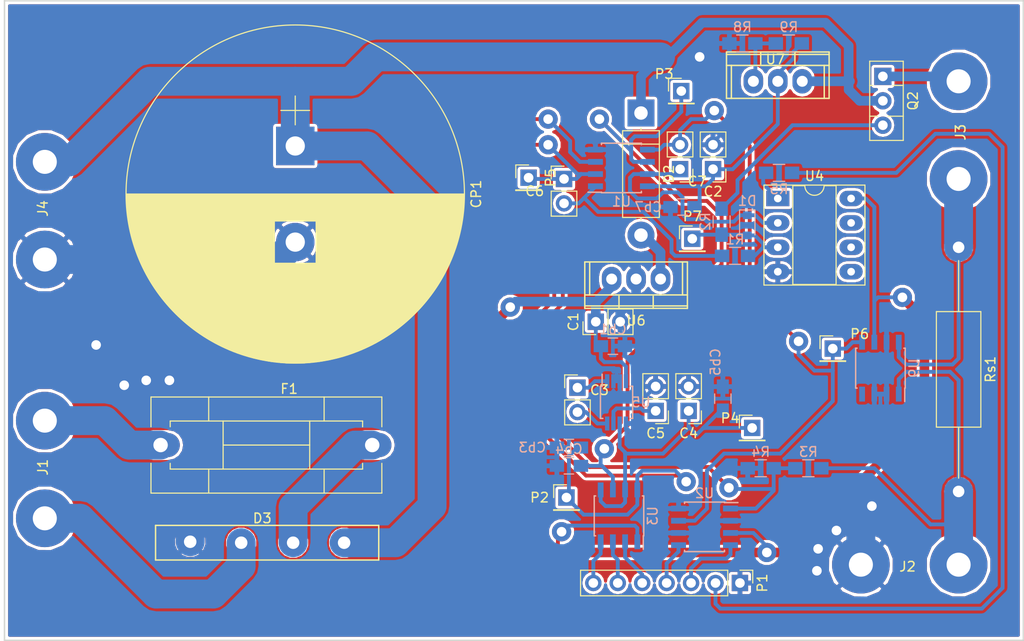
<source format=kicad_pcb>
(kicad_pcb (version 4) (host pcbnew 4.0.5)
  (layers (0 F.Cu signal) (31 B.Cu signal) (34 B.Paste user) (35 F.Paste user) (36 B.SilkS user) (37 F.SilkS user) (38 B.Mask user) (39 F.Mask user) (44 Edge.Cuts user))
  (net 0 "")
  (net 1 +5V)
  (net 2 GND)
  (net 3 "Net-(C2-Pad1)")
  (net 4 "Net-(C3-Pad1)")
  (net 5 "Net-(C3-Pad2)")
  (net 6 -0.232V)
  (net 7 "Net-(C5-Pad1)")
  (net 8 "Net-(C6-Pad1)")
  (net 9 "Net-(C6-Pad2)")
  (net 10 "Net-(C7-Pad1)")
  (net 11 "Net-(C7-Pad2)")
  (net 12 "Net-(Cb3-Pad1)")
  (net 13 "Net-(Cb4-Pad1)")
  (net 14 "Net-(CP1-Pad1)")
  (net 15 "Net-(D1-Pad2)")
  (net 16 "Net-(D2-Pad2)")
  (net 17 "Net-(D3-Pad2)")
  (net 18 "Net-(D3-Pad3)")
  (net 19 "Net-(F1-Pad2)")
  (net 20 "Net-(J2-Pad2)")
  (net 21 "Net-(J3-Pad1)")
  (net 22 "Net-(J3-Pad2)")
  (net 23 current_limiter)
  (net 24 ADC_sda)
  (net 25 ADC_scl)
  (net 26 DAC_sck)
  (net 27 DAC_sdi)
  (net 28 DAC_cs)
  (net 29 "Net-(Q2-Pad3)")
  (net 30 "Net-(R5-Pad1)")
  (net 31 "Net-(R8-Pad1)")
  (net 32 "Net-(U9-Pad4)")
  (module Pin_Headers:Pin_Header_Straight_1x02_Pitch2.54mm (layer F.Cu) (at 100.457 61.595 90)
    (fp_text reference C1 (at 0 -2.33 90) (layer F.SilkS))
    (fp_text value CONN_01X02)
    (pad 1 thru_hole rect (at 0 0 90) (size 1.7 1.7) (drill 1) (layers *.Cu *.Mask) (net 1 +5V))
    (pad 2 thru_hole oval (at 0 2.54 90) (size 1.7 1.7) (drill 1) (layers *.Cu *.Mask) (net 2 GND))
  )
  (module Pin_Headers:Pin_Header_Straight_1x02_Pitch2.54mm (layer F.Cu) (at 112.649 45.72 180)
    (fp_text reference C2 (at 0 -2.33 180) (layer F.SilkS))
    (fp_text value CONN_01X02)
    (pad 1 thru_hole rect (at 0 0 180) (size 1.7 1.7) (drill 1) (layers *.Cu *.Mask) (net 3 "Net-(C2-Pad1)"))
    (pad 2 thru_hole oval (at 0 2.54 180) (size 1.7 1.7) (drill 1) (layers *.Cu *.Mask) (net 2 GND))
  )
  (module Pin_Headers:Pin_Header_Straight_1x02_Pitch2.54mm (layer F.Cu) (at 98.552 68.453)
    (fp_text reference C3 (at 2.286 0.254) (layer F.SilkS))
    (fp_text value CONN_01X02)
    (pad 1 thru_hole rect (at 0 0) (size 1.7 1.7) (drill 1) (layers *.Cu *.Mask) (net 4 "Net-(C3-Pad1)"))
    (pad 2 thru_hole oval (at 0 2.54) (size 1.7 1.7) (drill 1) (layers *.Cu *.Mask) (net 5 "Net-(C3-Pad2)"))
  )
  (module Pin_Headers:Pin_Header_Straight_1x02_Pitch2.54mm (layer F.Cu) (at 110.109 70.866 180)
    (fp_text reference C4 (at 0 -2.33 180) (layer F.SilkS))
    (fp_text value CONN_01X02)
    (pad 1 thru_hole rect (at 0 0 180) (size 1.7 1.7) (drill 1) (layers *.Cu *.Mask) (net 6 -0.232V))
    (pad 2 thru_hole oval (at 0 2.54 180) (size 1.7 1.7) (drill 1) (layers *.Cu *.Mask) (net 2 GND))
  )
  (module Pin_Headers:Pin_Header_Straight_1x02_Pitch2.54mm (layer F.Cu) (at 106.68 70.866 180)
    (fp_text reference C5 (at 0 -2.33 180) (layer F.SilkS))
    (fp_text value CONN_01X02)
    (pad 1 thru_hole rect (at 0 0 180) (size 1.7 1.7) (drill 1) (layers *.Cu *.Mask) (net 7 "Net-(C5-Pad1)"))
    (pad 2 thru_hole oval (at 0 2.54 180) (size 1.7 1.7) (drill 1) (layers *.Cu *.Mask) (net 2 GND))
  )
  (module Pin_Headers:Pin_Header_Straight_1x02_Pitch2.54mm (layer F.Cu) (at 97.155 46.736)
    (fp_text reference C6 (at -3.048 1.27) (layer F.SilkS))
    (fp_text value CONN_01X02)
    (pad 1 thru_hole rect (at 0 0) (size 1.7 1.7) (drill 1) (layers *.Cu *.Mask) (net 8 "Net-(C6-Pad1)"))
    (pad 2 thru_hole oval (at 0 2.54) (size 1.7 1.7) (drill 1) (layers *.Cu *.Mask) (net 9 "Net-(C6-Pad2)"))
  )
  (module Pin_Headers:Pin_Header_Straight_1x02_Pitch2.54mm (layer F.Cu) (at 109.22 45.72 180)
    (fp_text reference C7 (at -1.778 -1.27 180) (layer F.SilkS))
    (fp_text value CONN_01X02)
    (pad 1 thru_hole rect (at 0 0 180) (size 1.7 1.7) (drill 1) (layers *.Cu *.Mask) (net 10 "Net-(C7-Pad1)"))
    (pad 2 thru_hole oval (at 0 2.54 180) (size 1.7 1.7) (drill 1) (layers *.Cu *.Mask) (net 11 "Net-(C7-Pad2)"))
  )
  (module Capacitors_SMD:C_0805_HandSoldering (layer B.Cu) (at 102.235 64.135 180)
    (fp_text reference Cb1 (at 0 1.75 180) (layer B.SilkS) (effects (justify mirror)))
    (fp_text value 0.1u)
    (pad 1 smd rect (at -1.25 0 180) (size 1.5 1.25) (layers B.Cu B.Paste B.Mask) (net 2 GND))
    (pad 2 smd rect (at 1.25 0 180) (size 1.5 1.25) (layers B.Cu B.Paste B.Mask) (net 1 +5V))
  )
  (module Capacitors_SMD:C_0805_HandSoldering (layer B.Cu) (at 97.663 74.676 180)
    (fp_text reference Cb3 (at 3.81 0 180) (layer B.SilkS) (effects (justify mirror)))
    (fp_text value 0.1u)
    (pad 1 smd rect (at -1.25 0 180) (size 1.5 1.25) (layers B.Cu B.Paste B.Mask) (net 12 "Net-(Cb3-Pad1)"))
    (pad 2 smd rect (at 1.25 0 180) (size 1.5 1.25) (layers B.Cu B.Paste B.Mask) (net 2 GND))
  )
  (module Capacitors_SMD:C_0805_HandSoldering (layer B.Cu) (at 97.663 76.581 180)
    (fp_text reference Cb4 (at 0 1.75 180) (layer B.SilkS) (effects (justify mirror)))
    (fp_text value 0.1u)
    (pad 1 smd rect (at -1.25 0 180) (size 1.5 1.25) (layers B.Cu B.Paste B.Mask) (net 13 "Net-(Cb4-Pad1)"))
    (pad 2 smd rect (at 1.25 0 180) (size 1.5 1.25) (layers B.Cu B.Paste B.Mask) (net 2 GND))
  )
  (module Capacitors_SMD:C_0805_HandSoldering (layer B.Cu) (at 113.665 69.596 90)
    (fp_text reference Cb5 (at 3.81 -0.762 90) (layer B.SilkS) (effects (justify mirror)))
    (fp_text value 0.1u)
    (pad 1 smd rect (at -1.25 0 90) (size 1.5 1.25) (layers B.Cu B.Paste B.Mask) (net 6 -0.232V))
    (pad 2 smd rect (at 1.25 0 90) (size 1.5 1.25) (layers B.Cu B.Paste B.Mask) (net 2 GND))
  )
  (module Capacitors_SMD:C_0805_HandSoldering (layer B.Cu) (at 109.474 49.657 180)
    (fp_text reference Cb7 (at 3.556 0 360) (layer B.SilkS) (effects (justify mirror)))
    (fp_text value 0.1u)
    (pad 1 smd rect (at -1.25 0 180) (size 1.5 1.25) (layers B.Cu B.Paste B.Mask) (net 3 "Net-(C2-Pad1)"))
    (pad 2 smd rect (at 1.25 0 180) (size 1.5 1.25) (layers B.Cu B.Paste B.Mask) (net 2 GND))
  )
  (module Capacitors_THT:CP_Radial_D35.0mm_P10.00mm_SnapIn (layer F.Cu) (at 69.215 43.307 270)
    (fp_text reference CP1 (at 5 -18.81 270) (layer F.SilkS))
    (fp_text value "4700uF 50V")
    (pad 1 thru_hole rect (at 0 0 270) (size 4 4) (drill 2) (layers *.Cu *.Mask) (net 14 "Net-(CP1-Pad1)"))
    (pad 2 thru_hole circle (at 10 0 270) (size 4 4) (drill 2) (layers *.Cu *.Mask) (net 2 GND))
  )
  (module Diodes_SMD:D_0805 (layer B.Cu) (at 116.205 51.562 270)
    (fp_text reference D1 (at -2.54 0 360) (layer B.SilkS) (effects (justify mirror)))
    (fp_text value D_Schottky)
    (pad 1 smd rect (at -1.05 0 270) (size 0.8 0.9) (layers B.Cu B.Paste B.Mask) (net 10 "Net-(C7-Pad1)"))
    (pad 2 smd rect (at 1.05 0 270) (size 0.8 0.9) (layers B.Cu B.Paste B.Mask) (net 15 "Net-(D1-Pad2)"))
  )
  (module Diodes_THT:D_5W_P12.70mm_Horizontal (layer F.Cu) (at 105.156 39.878 270)
    (fp_text reference D2 (at 6.35 -2.91 270) (layer F.SilkS))
    (fp_text value "Zener 15V")
    (pad 1 thru_hole rect (at 0 0 270) (size 2.8 2.8) (drill 1.4) (layers *.Cu *.Mask) (net 14 "Net-(CP1-Pad1)"))
    (pad 2 thru_hole oval (at 12.7 0 270) (size 2.8 2.8) (drill 1.4) (layers *.Cu *.Mask) (net 16 "Net-(D2-Pad2)"))
  )
  (module lab_power_supply:GBU6D_diode-bridge (layer F.Cu) (at 66.294 84.582 180)
    (fp_text reference D3 (at 0.508 2.54 180) (layer F.SilkS))
    (fp_text value D_Bridge_+AA-)
    (pad 1 thru_hole circle (at -8 0 180) (size 2.524 2.524) (drill 1.3) (layers *.Cu *.Mask) (net 14 "Net-(CP1-Pad1)"))
    (pad 2 thru_hole circle (at -2.7 0 180) (size 2.524 2.524) (drill 1.3) (layers *.Cu *.Mask) (net 17 "Net-(D3-Pad2)"))
    (pad 3 thru_hole circle (at 2.7 0 180) (size 2.524 2.524) (drill 1.3) (layers *.Cu *.Mask) (net 18 "Net-(D3-Pad3)"))
    (pad 4 thru_hole circle (at 8 0.1 180) (size 2.524 2.524) (drill 1.3) (layers *.Cu *.Mask) (net 2 GND))
  )
  (module Fuse_Holders_and_Fuses:Fuseholder5x20_horiz_SemiClosed_Casing10x25mm (layer F.Cu) (at 77.216 74.422 180)
    (fp_text reference F1 (at 8.636 5.842 180) (layer F.SilkS))
    (fp_text value Fuse)
    (pad 2 thru_hole oval (at 22 0 90) (size 2.5 4) (drill 1.5) (layers *.Cu *.Mask) (net 19 "Net-(F1-Pad2)"))
    (pad 1 thru_hole oval (at 0 0 90) (size 2.5 4) (drill 1.5) (layers *.Cu *.Mask) (net 17 "Net-(D3-Pad2)"))
  )
  (module Wire_Connections_Bridges:WireConnection_2.50mmDrill_LargePad (layer F.Cu) (at 43.18 71.882 270)
    (fp_text reference J1 (at 4.8514 0.2032 270) (layer F.SilkS))
    (fp_text value ACin)
    (pad 1 thru_hole circle (at 0 0 270) (size 5.99948 5.99948) (drill 2.49936) (layers *.Cu *.Mask) (net 19 "Net-(F1-Pad2)"))
    (pad 2 thru_hole circle (at 10.16 0 270) (size 5.99948 5.99948) (drill 2.49936) (layers *.Cu *.Mask) (net 18 "Net-(D3-Pad3)"))
  )
  (module Wire_Connections_Bridges:WireConnection_2.50mmDrill_LargePad (layer F.Cu) (at 128.016 86.868)
    (fp_text reference J2 (at 4.8514 0.2032) (layer F.SilkS))
    (fp_text value Vout)
    (pad 1 thru_hole circle (at 0 0) (size 5.99948 5.99948) (drill 2.49936) (layers *.Cu *.Mask) (net 2 GND))
    (pad 2 thru_hole circle (at 10.16 0) (size 5.99948 5.99948) (drill 2.49936) (layers *.Cu *.Mask) (net 20 "Net-(J2-Pad2)"))
  )
  (module Wire_Connections_Bridges:WireConnection_2.50mmDrill_LargePad (layer F.Cu) (at 138.176 46.736 90)
    (fp_text reference J3 (at 4.8514 0.2032 90) (layer F.SilkS))
    (fp_text value 2N3055_conn)
    (pad 1 thru_hole circle (at 0 0 90) (size 5.99948 5.99948) (drill 2.49936) (layers *.Cu *.Mask) (net 21 "Net-(J3-Pad1)"))
    (pad 2 thru_hole circle (at 10.16 0 90) (size 5.99948 5.99948) (drill 2.49936) (layers *.Cu *.Mask) (net 22 "Net-(J3-Pad2)"))
  )
  (module Wire_Connections_Bridges:WireConnection_2.50mmDrill_LargePad (layer F.Cu) (at 43.18 44.958 270)
    (fp_text reference J4 (at 4.8514 0.2032 270) (layer F.SilkS))
    (fp_text value DCin)
    (pad 1 thru_hole circle (at 0 0 270) (size 5.99948 5.99948) (drill 2.49936) (layers *.Cu *.Mask) (net 14 "Net-(CP1-Pad1)"))
    (pad 2 thru_hole circle (at 10.16 0 270) (size 5.99948 5.99948) (drill 2.49936) (layers *.Cu *.Mask) (net 2 GND))
  )
  (module Pin_Headers:Pin_Header_Straight_1x07_Pitch2.54mm (layer F.Cu) (at 115.443 88.773 270)
    (fp_text reference P1 (at 0 -2.33 270) (layer F.SilkS))
    (fp_text value CONN_01X07)
    (pad 1 thru_hole rect (at 0 0 270) (size 1.7 1.7) (drill 1) (layers *.Cu *.Mask) (net 2 GND))
    (pad 2 thru_hole oval (at 0 2.54 270) (size 1.7 1.7) (drill 1) (layers *.Cu *.Mask) (net 23 current_limiter))
    (pad 3 thru_hole oval (at 0 5.08 270) (size 1.7 1.7) (drill 1) (layers *.Cu *.Mask) (net 24 ADC_sda))
    (pad 4 thru_hole oval (at 0 7.62 270) (size 1.7 1.7) (drill 1) (layers *.Cu *.Mask) (net 25 ADC_scl))
    (pad 5 thru_hole oval (at 0 10.16 270) (size 1.7 1.7) (drill 1) (layers *.Cu *.Mask) (net 28 DAC_cs))
    (pad 6 thru_hole oval (at 0 12.7 270) (size 1.7 1.7) (drill 1) (layers *.Cu *.Mask) (net 26 DAC_sck))
    (pad 7 thru_hole oval (at 0 15.24 270) (size 1.7 1.7) (drill 1) (layers *.Cu *.Mask) (net 27 DAC_sdi))
  )
  (module Pin_Headers:Pin_Header_Straight_1x01_Pitch2.54mm (layer F.Cu) (at 97.409 79.883)
    (fp_text reference P2 (at -2.794 0) (layer F.SilkS))
    (fp_text value CONN_01X01)
    (pad 1 thru_hole rect (at 0 0) (size 1.7 1.7) (drill 1) (layers *.Cu *.Mask) (net 12 "Net-(Cb3-Pad1)"))
  )
  (module Pin_Headers:Pin_Header_Straight_1x01_Pitch2.54mm (layer F.Cu) (at 109.347 37.592)
    (fp_text reference P3 (at -1.778 -1.778) (layer F.SilkS))
    (fp_text value CONN_01X01)
    (pad 1 thru_hole rect (at 0 0) (size 1.7 1.7) (drill 1) (layers *.Cu *.Mask) (net 13 "Net-(Cb4-Pad1)"))
  )
  (module Pin_Headers:Pin_Header_Straight_1x01_Pitch2.54mm (layer F.Cu) (at 116.713 72.644)
    (fp_text reference P4 (at -2.286 -1.016) (layer F.SilkS))
    (fp_text value CONN_01X01)
    (pad 1 thru_hole rect (at 0 0) (size 1.7 1.7) (drill 1) (layers *.Cu *.Mask) (net 6 -0.232V))
  )
  (module Pin_Headers:Pin_Header_Straight_1x01_Pitch2.54mm (layer F.Cu) (at 93.472 46.609)
    (fp_text reference P5 (at 2.286 0 90) (layer F.SilkS))
    (fp_text value CONN_01X01)
    (pad 1 thru_hole rect (at 0 0) (size 1.7 1.7) (drill 1) (layers *.Cu *.Mask) (net 8 "Net-(C6-Pad1)"))
  )
  (module Pin_Headers:Pin_Header_Straight_1x01_Pitch2.54mm (layer F.Cu) (at 125.095 64.389)
    (fp_text reference P6 (at 2.794 -1.524) (layer F.SilkS))
    (fp_text value CONN_01X01)
    (pad 1 thru_hole rect (at 0 0) (size 1.7 1.7) (drill 1) (layers *.Cu *.Mask) (net 11 "Net-(C7-Pad2)"))
  )
  (module Pin_Headers:Pin_Header_Straight_1x01_Pitch2.54mm (layer F.Cu) (at 110.49 52.959)
    (fp_text reference P7 (at 0 -2.33) (layer F.SilkS))
    (fp_text value CONN_01X01)
    (pad 1 thru_hole rect (at 0 0) (size 1.7 1.7) (drill 1) (layers *.Cu *.Mask) (net 15 "Net-(D1-Pad2)"))
  )
  (module TO_SOT_Packages_THT:TO-126_Vertical (layer F.Cu) (at 130.302 36.068 270)
    (fp_text reference Q2 (at 2.54 -3.12 270) (layer F.SilkS))
    (fp_text value BD139)
    (pad 1 thru_hole rect (at 0 0 270) (size 1.8 1.8) (drill 1) (layers *.Cu *.Mask) (net 22 "Net-(J3-Pad2)"))
    (pad 2 thru_hole oval (at 2.54 0 270) (size 1.8 1.8) (drill 1) (layers *.Cu *.Mask) (net 14 "Net-(CP1-Pad1)"))
    (pad 3 thru_hole oval (at 5.08 0 270) (size 1.8 1.8) (drill 1) (layers *.Cu *.Mask) (net 29 "Net-(Q2-Pad3)"))
  )
  (module Resistors_THT:R_Axial_DIN0414_L11.9mm_D4.5mm_P25.40mm_Horizontal (layer F.Cu) (at 138.176 53.848 270)
    (fp_text reference Rs1 (at 12.7 -3.31 270) (layer F.SilkS))
    (fp_text value 0.1)
    (pad 1 thru_hole circle (at 0 0 270) (size 2.4 2.4) (drill 1.2) (layers *.Cu *.Mask) (net 21 "Net-(J3-Pad1)"))
    (pad 2 thru_hole oval (at 25.4 0 270) (size 2.4 2.4) (drill 1.2) (layers *.Cu *.Mask) (net 20 "Net-(J2-Pad2)"))
  )
  (module Housings_SSOP:MSOP-8_3x3mm_Pitch0.65mm (layer B.Cu) (at 102.616 69.977 270)
    (fp_text reference U5 (at 0 -2.54 540) (layer B.SilkS) (effects (justify mirror)))
    (fp_text value LM7705MM/NOPB)
    (pad 1 smd rect (at -2.2 0.975 270) (size 1.45 0.45) (layers B.Cu B.Paste B.Mask) (net 4 "Net-(C3-Pad1)"))
    (pad 2 smd rect (at -2.2 0.325 270) (size 1.45 0.45) (layers B.Cu B.Paste B.Mask) (net 2 GND))
    (pad 3 smd rect (at -2.2 -0.325 270) (size 1.45 0.45) (layers B.Cu B.Paste B.Mask) (net 2 GND))
    (pad 4 smd rect (at -2.2 -0.975 270) (size 1.45 0.45) (layers B.Cu B.Paste B.Mask) (net 1 +5V))
    (pad 5 smd rect (at 2.2 -0.975 270) (size 1.45 0.45) (layers B.Cu B.Paste B.Mask) (net 2 GND))
    (pad 6 smd rect (at 2.2 -0.325 270) (size 1.45 0.45) (layers B.Cu B.Paste B.Mask) (net 6 -0.232V))
    (pad 7 smd rect (at 2.2 0.325 270) (size 1.45 0.45) (layers B.Cu B.Paste B.Mask) (net 7 "Net-(C5-Pad1)"))
    (pad 8 smd rect (at 2.2 0.975 270) (size 1.45 0.45) (layers B.Cu B.Paste B.Mask) (net 5 "Net-(C3-Pad2)"))
  )
  (module Power_Integrations:TO-220 (layer F.Cu) (at 104.648 57.15 180)
    (fp_text reference U6 (at 0 -4.318 180) (layer F.SilkS))
    (fp_text value SPX2920U-5.0)
    (pad 2 thru_hole oval (at 0 0 180) (size 2.032 2.54) (drill 1.143) (layers *.Cu *.Mask) (net 2 GND))
    (pad 3 thru_hole oval (at 2.54 0 180) (size 2.032 2.54) (drill 1.143) (layers *.Cu *.Mask) (net 1 +5V))
    (pad 1 thru_hole oval (at -2.54 0 180) (size 2.032 2.54) (drill 1.143) (layers *.Cu *.Mask) (net 16 "Net-(D2-Pad2)"))
  )
  (module Power_Integrations:TO-220 (layer F.Cu) (at 119.38 36.576)
    (fp_text reference U7 (at -0.254 -2.286) (layer F.SilkS))
    (fp_text value LM317AT)
    (pad 2 thru_hole oval (at 0 0) (size 2.032 2.54) (drill 1.143) (layers *.Cu *.Mask) (net 3 "Net-(C2-Pad1)"))
    (pad 3 thru_hole oval (at 2.54 0) (size 2.032 2.54) (drill 1.143) (layers *.Cu *.Mask) (net 14 "Net-(CP1-Pad1)"))
    (pad 1 thru_hole oval (at -2.54 0) (size 2.032 2.54) (drill 1.143) (layers *.Cu *.Mask) (net 31 "Net-(R8-Pad1)"))
  )
  (module Housings_SOIC:SOIC-8_3.9x4.9mm_Pitch1.27mm (layer B.Cu) (at 130.048 66.421 90)
    (fp_text reference U9 (at 0 3.5 90) (layer B.SilkS) (effects (justify mirror)))
    (fp_text value INA240A1PWR)
    (pad 1 smd rect (at -2.7 1.905 90) (size 1.55 0.6) (layers B.Cu B.Paste B.Mask) (net 20 "Net-(J2-Pad2)"))
    (pad 2 smd rect (at -2.7 0.635 90) (size 1.55 0.6) (layers B.Cu B.Paste B.Mask) (net 2 GND))
    (pad 3 smd rect (at -2.7 -0.635 90) (size 1.55 0.6) (layers B.Cu B.Paste B.Mask) (net 2 GND))
    (pad 4 smd rect (at -2.7 -1.905 90) (size 1.55 0.6) (layers B.Cu B.Paste B.Mask) (net 32 "Net-(U9-Pad4)"))
    (pad 5 smd rect (at 2.7 -1.905 90) (size 1.55 0.6) (layers B.Cu B.Paste B.Mask) (net 11 "Net-(C7-Pad2)"))
    (pad 6 smd rect (at 2.7 -0.635 90) (size 1.55 0.6) (layers B.Cu B.Paste B.Mask) (net 1 +5V))
    (pad 7 smd rect (at 2.7 0.635 90) (size 1.55 0.6) (layers B.Cu B.Paste B.Mask) (net 2 GND))
    (pad 8 smd rect (at 2.7 1.905 90) (size 1.55 0.6) (layers B.Cu B.Paste B.Mask) (net 21 "Net-(J3-Pad1)"))
  )
  (module Housings_SOIC:SOIC-8_3.9x4.9mm_Pitch1.27mm (layer B.Cu) (at 111.76 82.931 180)
    (fp_text reference U2 (at 0 3.5 180) (layer B.SilkS) (effects (justify mirror)))
    (fp_text value MCP3422A0-E/SN)
    (pad 1 smd rect (at -2.7 1.905 180) (size 1.55 0.6) (layers B.Cu B.Paste B.Mask) (net 8 "Net-(C6-Pad1)"))
    (pad 2 smd rect (at -2.7 0.635 180) (size 1.55 0.6) (layers B.Cu B.Paste B.Mask) (net 2 GND))
    (pad 3 smd rect (at -2.7 -0.635 180) (size 1.55 0.6) (layers B.Cu B.Paste B.Mask) (net 1 +5V))
    (pad 4 smd rect (at -2.7 -1.905 180) (size 1.55 0.6) (layers B.Cu B.Paste B.Mask) (net 24 ADC_sda))
    (pad 5 smd rect (at 2.7 -1.905 180) (size 1.55 0.6) (layers B.Cu B.Paste B.Mask) (net 25 ADC_scl))
    (pad 6 smd rect (at 2.7 -0.635 180) (size 1.55 0.6) (layers B.Cu B.Paste B.Mask) (net 2 GND))
    (pad 7 smd rect (at 2.7 0.635 180) (size 1.55 0.6) (layers B.Cu B.Paste B.Mask) (net 11 "Net-(C7-Pad2)"))
    (pad 8 smd rect (at 2.7 1.905 180) (size 1.55 0.6) (layers B.Cu B.Paste B.Mask) (net 2 GND))
  )
  (module Resistors_SMD:R_0805_HandSoldering (layer B.Cu) (at 114.935 54.737 180)
    (fp_text reference R1 (at 0 1.7 180) (layer B.SilkS) (effects (justify mirror)))
    (fp_text value 2.2k)
    (pad 1 smd rect (at -1.35 0 180) (size 1.5 1.3) (layers B.Cu B.Paste B.Mask) (net 15 "Net-(D1-Pad2)"))
    (pad 2 smd rect (at 1.35 0 180) (size 1.5 1.3) (layers B.Cu B.Paste B.Mask) (net 9 "Net-(C6-Pad2)"))
  )
  (module Resistors_SMD:R_0805_HandSoldering (layer B.Cu) (at 113.538 51.181 270)
    (fp_text reference R2 (at 0 1.7 270) (layer B.SilkS) (effects (justify mirror)))
    (fp_text value 2.2k)
    (pad 1 smd rect (at -1.35 0 270) (size 1.5 1.3) (layers B.Cu B.Paste B.Mask) (net 29 "Net-(Q2-Pad3)"))
    (pad 2 smd rect (at 1.35 0 270) (size 1.5 1.3) (layers B.Cu B.Paste B.Mask) (net 15 "Net-(D1-Pad2)"))
  )
  (module Resistors_SMD:R_0805_HandSoldering (layer B.Cu) (at 122.555 76.835 180)
    (fp_text reference R3 (at 0 1.7 180) (layer B.SilkS) (effects (justify mirror)))
    (fp_text value 15k)
    (pad 1 smd rect (at -1.35 0 180) (size 1.5 1.3) (layers B.Cu B.Paste B.Mask) (net 20 "Net-(J2-Pad2)"))
    (pad 2 smd rect (at 1.35 0 180) (size 1.5 1.3) (layers B.Cu B.Paste B.Mask) (net 8 "Net-(C6-Pad1)"))
  )
  (module Resistors_SMD:R_0805_HandSoldering (layer B.Cu) (at 117.602 76.835 180)
    (fp_text reference R4 (at 0 1.7 180) (layer B.SilkS) (effects (justify mirror)))
    (fp_text value 1.2k)
    (pad 1 smd rect (at -1.35 0 180) (size 1.5 1.3) (layers B.Cu B.Paste B.Mask) (net 8 "Net-(C6-Pad1)"))
    (pad 2 smd rect (at 1.35 0 180) (size 1.5 1.3) (layers B.Cu B.Paste B.Mask) (net 2 GND))
  )
  (module Resistors_SMD:R_0805_HandSoldering (layer B.Cu) (at 119.507 46.101)
    (fp_text reference R5 (at 0 1.7) (layer B.SilkS) (effects (justify mirror)))
    (fp_text value 2.2k)
    (pad 1 smd rect (at -1.35 0) (size 1.5 1.3) (layers B.Cu B.Paste B.Mask) (net 30 "Net-(R5-Pad1)"))
    (pad 2 smd rect (at 1.35 0) (size 1.5 1.3) (layers B.Cu B.Paste B.Mask) (net 23 current_limiter))
  )
  (module Resistors_SMD:R_0805_HandSoldering (layer B.Cu) (at 115.697 32.639 180)
    (fp_text reference R8 (at 0 1.7 180) (layer B.SilkS) (effects (justify mirror)))
    (fp_text value R)
    (pad 1 smd rect (at -1.35 0 180) (size 1.5 1.3) (layers B.Cu B.Paste B.Mask) (net 31 "Net-(R8-Pad1)"))
    (pad 2 smd rect (at 1.35 0 180) (size 1.5 1.3) (layers B.Cu B.Paste B.Mask) (net 2 GND))
  )
  (module Resistors_SMD:R_0805_HandSoldering (layer B.Cu) (at 120.523 32.639 180)
    (fp_text reference R9 (at 0 1.7 180) (layer B.SilkS) (effects (justify mirror)))
    (fp_text value R)
    (pad 1 smd rect (at -1.35 0 180) (size 1.5 1.3) (layers B.Cu B.Paste B.Mask) (net 3 "Net-(C2-Pad1)"))
    (pad 2 smd rect (at 1.35 0 180) (size 1.5 1.3) (layers B.Cu B.Paste B.Mask) (net 31 "Net-(R8-Pad1)"))
  )
  (module Housings_SOIC:SOIC-8_3.9x4.9mm_Pitch1.27mm (layer B.Cu) (at 103.124 45.593)
    (fp_text reference U1 (at 0 3.5) (layer B.SilkS) (effects (justify mirror)))
    (fp_text value MAX9944ASA+T)
    (pad 1 smd rect (at -2.7 1.905) (size 1.55 0.6) (layers B.Cu B.Paste B.Mask) (net 9 "Net-(C6-Pad2)"))
    (pad 2 smd rect (at -2.7 0.635) (size 1.55 0.6) (layers B.Cu B.Paste B.Mask) (net 8 "Net-(C6-Pad1)"))
    (pad 3 smd rect (at -2.7 -0.635) (size 1.55 0.6) (layers B.Cu B.Paste B.Mask) (net 12 "Net-(Cb3-Pad1)"))
    (pad 4 smd rect (at -2.7 -1.905) (size 1.55 0.6) (layers B.Cu B.Paste B.Mask) (net 2 GND))
    (pad 5 smd rect (at 2.7 -1.905) (size 1.55 0.6) (layers B.Cu B.Paste B.Mask) (net 11 "Net-(C7-Pad2)"))
    (pad 6 smd rect (at 2.7 -0.635) (size 1.55 0.6) (layers B.Cu B.Paste B.Mask) (net 13 "Net-(Cb4-Pad1)"))
    (pad 7 smd rect (at 2.7 0.635) (size 1.55 0.6) (layers B.Cu B.Paste B.Mask) (net 10 "Net-(C7-Pad1)"))
    (pad 8 smd rect (at 2.7 1.905) (size 1.55 0.6) (layers B.Cu B.Paste B.Mask) (net 3 "Net-(C2-Pad1)"))
  )
  (module Housings_SOIC:SOIC-8_3.9x4.9mm_Pitch1.27mm (layer B.Cu) (at 102.87 81.788 90)
    (fp_text reference U3 (at 0 3.5 90) (layer B.SilkS) (effects (justify mirror)))
    (fp_text value MCP4822-E/SN)
    (pad 1 smd rect (at -2.7 1.905 90) (size 1.55 0.6) (layers B.Cu B.Paste B.Mask) (net 1 +5V))
    (pad 2 smd rect (at -2.7 0.635 90) (size 1.55 0.6) (layers B.Cu B.Paste B.Mask) (net 28 DAC_cs))
    (pad 3 smd rect (at -2.7 -0.635 90) (size 1.55 0.6) (layers B.Cu B.Paste B.Mask) (net 26 DAC_sck))
    (pad 4 smd rect (at -2.7 -1.905 90) (size 1.55 0.6) (layers B.Cu B.Paste B.Mask) (net 27 DAC_sdi))
    (pad 5 smd rect (at 2.7 -1.905 90) (size 1.55 0.6) (layers B.Cu B.Paste B.Mask) (net 6 -0.232V))
    (pad 6 smd rect (at 2.7 -0.635 90) (size 1.55 0.6) (layers B.Cu B.Paste B.Mask) (net 13 "Net-(Cb4-Pad1)"))
    (pad 7 smd rect (at 2.7 0.635 90) (size 1.55 0.6) (layers B.Cu B.Paste B.Mask) (net 6 -0.232V))
    (pad 8 smd rect (at 2.7 1.905 90) (size 1.55 0.6) (layers B.Cu B.Paste B.Mask) (net 12 "Net-(Cb3-Pad1)"))
  )
  (module Housings_DIP:DIP-8_W7.62mm_Socket_LongPads (layer F.Cu) (at 119.38 48.768)
    (fp_text reference U4 (at 3.81 -2.33) (layer F.SilkS))
    (fp_text value TL072)
    (pad 1 thru_hole rect (at 0 0) (size 2.4 1.6) (drill 0.8) (layers *.Cu *.Mask) (net 30 "Net-(R5-Pad1)"))
    (pad 5 thru_hole oval (at 7.62 7.62) (size 2.4 1.6) (drill 0.8) (layers *.Cu *.Mask))
    (pad 2 thru_hole oval (at 0 2.54) (size 2.4 1.6) (drill 0.8) (layers *.Cu *.Mask) (net 10 "Net-(C7-Pad1)"))
    (pad 6 thru_hole oval (at 7.62 5.08) (size 2.4 1.6) (drill 0.8) (layers *.Cu *.Mask))
    (pad 3 thru_hole oval (at 0 5.08) (size 2.4 1.6) (drill 0.8) (layers *.Cu *.Mask) (net 15 "Net-(D1-Pad2)"))
    (pad 7 thru_hole oval (at 7.62 2.54) (size 2.4 1.6) (drill 0.8) (layers *.Cu *.Mask))
    (pad 4 thru_hole oval (at 0 7.62) (size 2.4 1.6) (drill 0.8) (layers *.Cu *.Mask) (net 2 GND))
    (pad 8 thru_hole oval (at 7.62 0) (size 2.4 1.6) (drill 0.8) (layers *.Cu *.Mask) (net 1 +5V))
  )
  (gr_line (start 38.989 94.742) (end 38.989 28.194) (angle 90) (layer Edge.Cuts) (width 0.15))
  (gr_line (start 144.907 94.742) (end 38.989 94.742) (angle 90) (layer Edge.Cuts) (width 0.15))
  (gr_line (start 144.907 28.194) (end 144.907 94.742) (angle 90) (layer Edge.Cuts) (width 0.15))
  (gr_line (start 38.989 28.194) (end 144.907 28.194) (angle 90) (layer Edge.Cuts) (width 0.15))
  (segment (start 132.334 59.055) (end 129.794 59.055) (width 0.4) (layer B.Cu) (net 1))
  (segment (start 120.65 85.598) (end 134.62 71.628) (width 1) (layer F.Cu) (net 1))
  (segment (start 134.62 71.628) (end 134.62 61.341) (width 1) (layer F.Cu) (net 1))
  (segment (start 134.62 61.341) (end 132.334 59.055) (width 1) (layer F.Cu) (net 1))
  (via (at 132.334 59.055) (size 2) (drill 1) (layers F.Cu B.Cu) (net 1))
  (segment (start 118.237 85.598) (end 120.65 85.598) (width 1) (layer F.Cu) (net 1))
  (segment (start 129.794 59.055) (end 129.413 59.436) (width 0.4) (layer B.Cu) (net 1))
  (segment (start 104.775 84.488) (end 104.775 83.058) (width 0.4) (layer B.Cu) (net 1))
  (segment (start 96.52 83.82) (end 96.52 85.598) (width 0.4) (layer F.Cu) (net 1))
  (segment (start 96.901 83.439) (end 96.52 83.82) (width 0.4) (layer F.Cu) (net 1))
  (via (at 96.901 83.439) (size 2) (drill 1) (layers F.Cu B.Cu) (net 1))
  (segment (start 97.536 82.804) (end 96.901 83.439) (width 0.4) (layer B.Cu) (net 1))
  (segment (start 104.521 82.804) (end 97.536 82.804) (width 0.4) (layer B.Cu) (net 1))
  (segment (start 104.775 83.058) (end 104.521 82.804) (width 0.4) (layer B.Cu) (net 1))
  (segment (start 118.237 85.598) (end 118.237 84.963) (width 0.4) (layer B.Cu) (net 1))
  (segment (start 92.1385 59.4995) (end 91.567 60.071) (width 1) (layer B.Cu) (net 1))
  (via (at 91.567 60.071) (size 2) (drill 1) (layers F.Cu B.Cu) (net 1))
  (segment (start 91.567 60.071) (end 86.995 64.643) (width 1) (layer F.Cu) (net 1))
  (segment (start 86.995 64.643) (end 86.995 66.802) (width 1) (layer F.Cu) (net 1))
  (segment (start 86.995 66.802) (end 92.71 72.517) (width 1) (layer F.Cu) (net 1))
  (segment (start 92.71 72.517) (end 92.71 83.312) (width 1) (layer F.Cu) (net 1))
  (segment (start 92.71 83.312) (end 94.996 85.598) (width 1) (layer F.Cu) (net 1))
  (segment (start 94.996 85.598) (end 96.52 85.598) (width 1) (layer F.Cu) (net 1))
  (segment (start 96.52 85.598) (end 118.237 85.598) (width 1) (layer F.Cu) (net 1))
  (via (at 118.237 85.598) (size 2) (drill 1) (layers F.Cu B.Cu) (net 1))
  (segment (start 100.5205 59.4995) (end 92.1385 59.4995) (width 1) (layer B.Cu) (net 1))
  (segment (start 116.84 83.566) (end 114.46 83.566) (width 0.4) (layer B.Cu) (net 1))
  (segment (start 118.237 84.963) (end 116.84 83.566) (width 0.4) (layer B.Cu) (net 1))
  (segment (start 129.413 63.721) (end 129.413 59.436) (width 0.4) (layer B.Cu) (net 1))
  (segment (start 129.413 59.436) (end 129.413 49.657) (width 0.4) (layer B.Cu) (net 1))
  (segment (start 129.413 49.657) (end 128.524 48.768) (width 0.4) (layer B.Cu) (net 1))
  (segment (start 128.524 48.768) (end 127 48.768) (width 0.4) (layer B.Cu) (net 1))
  (segment (start 100.457 61.595) (end 100.457 63.607) (width 0.4) (layer B.Cu) (net 1))
  (segment (start 100.457 63.607) (end 100.985 64.135) (width 0.4) (layer B.Cu) (net 1))
  (segment (start 102.108 57.15) (end 102.108 57.912) (width 1) (layer B.Cu) (net 1))
  (segment (start 102.108 57.912) (end 100.5205 59.4995) (width 1) (layer B.Cu) (net 1))
  (segment (start 100.5205 59.4995) (end 100.457 59.563) (width 1) (layer B.Cu) (net 1))
  (segment (start 100.457 59.563) (end 100.457 61.595) (width 1) (layer B.Cu) (net 1))
  (segment (start 100.985 64.135) (end 100.985 65.425) (width 0.4) (layer B.Cu) (net 1))
  (segment (start 103.591 66.253) (end 103.591 67.777) (width 0.4) (layer B.Cu) (net 1))
  (segment (start 103.124 65.786) (end 103.591 66.253) (width 0.4) (layer B.Cu) (net 1))
  (segment (start 101.346 65.786) (end 103.124 65.786) (width 0.4) (layer B.Cu) (net 1))
  (segment (start 100.985 65.425) (end 101.346 65.786) (width 0.4) (layer B.Cu) (net 1))
  (segment (start 114.347 34.544) (end 111.76 34.544) (width 1) (layer B.Cu) (net 2))
  (segment (start 51.435 61.087) (end 48.514 64.008) (width 1) (layer F.Cu) (net 2))
  (segment (start 51.435 40.513) (end 51.435 61.087) (width 1) (layer F.Cu) (net 2))
  (segment (start 57.912 34.036) (end 51.435 40.513) (width 1) (layer F.Cu) (net 2))
  (segment (start 111.252 34.036) (end 57.912 34.036) (width 1) (layer F.Cu) (net 2))
  (via (at 111.252 34.036) (size 2) (drill 1) (layers F.Cu B.Cu) (net 2))
  (segment (start 111.76 34.544) (end 111.252 34.036) (width 1) (layer B.Cu) (net 2))
  (segment (start 87.63 70.231) (end 87.63 81.153) (width 1) (layer B.Cu) (net 2))
  (segment (start 66.167 77.47) (end 63.0555 74.3585) (width 1) (layer B.Cu) (net 2))
  (segment (start 66.167 85.725) (end 66.167 77.47) (width 1) (layer B.Cu) (net 2))
  (segment (start 69.088 88.646) (end 66.167 85.725) (width 1) (layer B.Cu) (net 2))
  (segment (start 80.137 88.646) (end 69.088 88.646) (width 1) (layer B.Cu) (net 2))
  (segment (start 87.63 81.153) (end 80.137 88.646) (width 1) (layer B.Cu) (net 2))
  (segment (start 53.721 67.691) (end 56.134 67.691) (width 0.4) (layer F.Cu) (net 2))
  (segment (start 56.134 67.691) (end 53.721 67.691) (width 0.4) (layer B.Cu) (net 2))
  (via (at 56.134 67.691) (size 2) (drill 1) (layers F.Cu B.Cu) (net 2))
  (segment (start 51.435 68.199) (end 53.213 68.199) (width 0.4) (layer B.Cu) (net 2))
  (segment (start 53.213 68.199) (end 53.721 67.691) (width 0.4) (layer B.Cu) (net 2))
  (via (at 53.721 67.691) (size 2) (drill 1) (layers F.Cu B.Cu) (net 2))
  (segment (start 53.721 67.691) (end 53.213 68.199) (width 0.4) (layer F.Cu) (net 2))
  (segment (start 48.514 64.008) (end 48.514 65.278) (width 0.4) (layer F.Cu) (net 2))
  (segment (start 48.514 65.278) (end 51.435 68.199) (width 0.4) (layer F.Cu) (net 2))
  (via (at 51.435 68.199) (size 2) (drill 1) (layers F.Cu B.Cu) (net 2))
  (segment (start 48.514 65.278) (end 48.514 64.008) (width 0.4) (layer B.Cu) (net 2))
  (segment (start 51.435 68.199) (end 48.514 65.278) (width 0.4) (layer B.Cu) (net 2))
  (segment (start 123.571 85.217) (end 123.571 87.376) (width 0.4) (layer B.Cu) (net 2))
  (segment (start 123.571 87.376) (end 123.444 87.503) (width 0.4) (layer B.Cu) (net 2))
  (via (at 123.444 87.503) (size 2) (drill 1) (layers F.Cu B.Cu) (net 2))
  (segment (start 123.444 87.503) (end 123.571 87.376) (width 0.4) (layer F.Cu) (net 2))
  (segment (start 125.476 83.312) (end 123.571 85.217) (width 0.4) (layer F.Cu) (net 2))
  (segment (start 123.571 85.217) (end 125.476 83.312) (width 0.4) (layer B.Cu) (net 2))
  (via (at 123.571 85.217) (size 2) (drill 1) (layers F.Cu B.Cu) (net 2))
  (segment (start 128.016 81.915) (end 126.873 81.915) (width 0.4) (layer B.Cu) (net 2))
  (segment (start 128.016 80.772) (end 129.159 80.772) (width 0.4) (layer F.Cu) (net 2))
  (segment (start 125.476 83.312) (end 128.016 80.772) (width 0.4) (layer F.Cu) (net 2))
  (via (at 125.476 83.312) (size 2) (drill 1) (layers F.Cu B.Cu) (net 2))
  (segment (start 126.873 81.915) (end 125.476 83.312) (width 0.4) (layer B.Cu) (net 2))
  (segment (start 122.555 78.359) (end 126.746 78.359) (width 0.4) (layer B.Cu) (net 2))
  (segment (start 126.746 78.359) (end 129.159 80.772) (width 0.4) (layer B.Cu) (net 2))
  (segment (start 130.683 63.721) (end 130.683 62.357) (width 0.4) (layer B.Cu) (net 2))
  (segment (start 134.747 52.324) (end 129.413 46.99) (width 0.4) (layer B.Cu) (net 2))
  (segment (start 134.747 60.325) (end 134.747 52.324) (width 0.4) (layer B.Cu) (net 2))
  (segment (start 133.731 61.341) (end 134.747 60.325) (width 0.4) (layer B.Cu) (net 2))
  (segment (start 131.699 61.341) (end 133.731 61.341) (width 0.4) (layer B.Cu) (net 2))
  (segment (start 130.683 62.357) (end 131.699 61.341) (width 0.4) (layer B.Cu) (net 2))
  (segment (start 128.016 86.868) (end 128.016 81.915) (width 3) (layer B.Cu) (net 2))
  (via (at 129.159 80.772) (size 2) (drill 1) (layers F.Cu B.Cu) (net 2))
  (segment (start 48.387 63.881) (end 48.387 55.118) (width 3) (layer B.Cu) (net 2))
  (segment (start 48.514 64.008) (end 48.387 63.881) (width 3) (layer B.Cu) (net 2))
  (via (at 48.514 64.008) (size 2) (drill 1) (layers F.Cu B.Cu) (net 2))
  (segment (start 48.514 83.566) (end 48.514 64.008) (width 3) (layer F.Cu) (net 2))
  (segment (start 129.159 80.772) (end 133.096 84.709) (width 3) (layer F.Cu) (net 2))
  (segment (start 133.096 84.709) (end 133.096 89.281) (width 3) (layer F.Cu) (net 2))
  (segment (start 133.096 89.281) (end 130.048 92.329) (width 3) (layer F.Cu) (net 2))
  (segment (start 130.048 92.329) (end 57.277 92.329) (width 3) (layer F.Cu) (net 2))
  (segment (start 57.277 92.329) (end 48.514 83.566) (width 3) (layer F.Cu) (net 2))
  (segment (start 96.413 75.692) (end 93.091 75.692) (width 0.4) (layer B.Cu) (net 2))
  (segment (start 93.091 75.692) (end 87.63 70.231) (width 0.4) (layer B.Cu) (net 2))
  (segment (start 130.048 69.121) (end 130.048 70.358) (width 0.4) (layer B.Cu) (net 2))
  (segment (start 122.555 80.899) (end 120.142 83.312) (width 0.4) (layer B.Cu) (net 2))
  (segment (start 122.555 75.311) (end 122.555 78.359) (width 0.4) (layer B.Cu) (net 2))
  (segment (start 122.555 78.359) (end 122.555 80.899) (width 0.4) (layer B.Cu) (net 2))
  (segment (start 123.444 74.422) (end 122.555 75.311) (width 0.4) (layer B.Cu) (net 2))
  (segment (start 125.984 74.422) (end 123.444 74.422) (width 0.4) (layer B.Cu) (net 2))
  (segment (start 130.048 70.358) (end 125.984 74.422) (width 0.4) (layer B.Cu) (net 2))
  (segment (start 100.424 43.688) (end 100.424 43.147) (width 0.4) (layer B.Cu) (net 2))
  (segment (start 87.63 41.91) (end 87.63 58.674) (width 0.4) (layer B.Cu) (net 2))
  (segment (start 92.075 37.465) (end 87.63 41.91) (width 0.4) (layer B.Cu) (net 2))
  (segment (start 94.742 37.465) (end 92.075 37.465) (width 0.4) (layer B.Cu) (net 2))
  (segment (start 100.424 43.147) (end 94.742 37.465) (width 0.4) (layer B.Cu) (net 2))
  (segment (start 109.06 81.026) (end 110.236 81.026) (width 0.4) (layer B.Cu) (net 2))
  (segment (start 118.384 68.346) (end 113.665 68.346) (width 0.4) (layer B.Cu) (net 2))
  (segment (start 119.507 69.469) (end 118.384 68.346) (width 0.4) (layer B.Cu) (net 2))
  (segment (start 119.507 73.406) (end 119.507 69.469) (width 0.4) (layer B.Cu) (net 2))
  (segment (start 118.364 74.549) (end 119.507 73.406) (width 0.4) (layer B.Cu) (net 2))
  (segment (start 113.03 74.549) (end 118.364 74.549) (width 0.4) (layer B.Cu) (net 2))
  (segment (start 111.379 76.2) (end 113.03 74.549) (width 0.4) (layer B.Cu) (net 2))
  (segment (start 111.379 79.883) (end 111.379 76.2) (width 0.4) (layer B.Cu) (net 2))
  (segment (start 110.236 81.026) (end 111.379 79.883) (width 0.4) (layer B.Cu) (net 2))
  (segment (start 103.591 72.177) (end 103.591 72.603) (width 0.4) (layer B.Cu) (net 2))
  (segment (start 103.591 72.603) (end 104.267 73.279) (width 0.4) (layer B.Cu) (net 2))
  (segment (start 104.267 73.279) (end 107.569 73.279) (width 0.4) (layer B.Cu) (net 2))
  (segment (start 107.569 73.279) (end 108.458 72.39) (width 0.4) (layer B.Cu) (net 2))
  (segment (start 108.458 72.39) (end 108.458 68.834) (width 0.4) (layer B.Cu) (net 2))
  (segment (start 108.458 68.834) (end 108.966 68.326) (width 0.4) (layer B.Cu) (net 2))
  (segment (start 102.616 67.777) (end 102.616 66.675) (width 0.4) (layer B.Cu) (net 2))
  (segment (start 89.408 66.421) (end 87.63 64.643) (width 0.4) (layer B.Cu) (net 2))
  (segment (start 102.362 66.421) (end 89.408 66.421) (width 0.4) (layer B.Cu) (net 2))
  (segment (start 102.616 66.675) (end 102.362 66.421) (width 0.4) (layer B.Cu) (net 2))
  (segment (start 104.648 57.15) (end 104.648 55.88) (width 1) (layer B.Cu) (net 2))
  (segment (start 92.329 53.975) (end 87.63 58.674) (width 1) (layer B.Cu) (net 2))
  (segment (start 102.743 53.975) (end 92.329 53.975) (width 1) (layer B.Cu) (net 2))
  (segment (start 104.648 55.88) (end 102.743 53.975) (width 1) (layer B.Cu) (net 2))
  (segment (start 87.63 58.674) (end 87.63 64.643) (width 1) (layer B.Cu) (net 2))
  (segment (start 87.63 64.643) (end 87.63 70.231) (width 1) (layer B.Cu) (net 2))
  (segment (start 102.997 61.595) (end 102.997 60.579) (width 1) (layer B.Cu) (net 2))
  (segment (start 104.648 58.928) (end 104.648 57.15) (width 1) (layer B.Cu) (net 2))
  (segment (start 102.997 60.579) (end 104.648 58.928) (width 1) (layer B.Cu) (net 2))
  (segment (start 108.224 49.657) (end 105.791 49.657) (width 0.4) (layer B.Cu) (net 2))
  (segment (start 101.727 43.688) (end 100.424 43.688) (width 0.4) (layer B.Cu) (net 2))
  (segment (start 102.362 44.323) (end 101.727 43.688) (width 0.4) (layer B.Cu) (net 2))
  (segment (start 102.362 47.879) (end 102.362 44.323) (width 0.4) (layer B.Cu) (net 2))
  (segment (start 103.886 49.403) (end 102.362 47.879) (width 0.4) (layer B.Cu) (net 2))
  (segment (start 105.537 49.403) (end 103.886 49.403) (width 0.4) (layer B.Cu) (net 2))
  (segment (start 105.791 49.657) (end 105.537 49.403) (width 0.4) (layer B.Cu) (net 2))
  (segment (start 119.38 56.388) (end 121.666 56.388) (width 0.4) (layer B.Cu) (net 2))
  (segment (start 121.666 56.388) (end 123.571 54.483) (width 0.4) (layer B.Cu) (net 2))
  (segment (start 123.571 54.483) (end 123.571 47.244) (width 0.4) (layer B.Cu) (net 2))
  (segment (start 123.571 47.244) (end 123.825 46.99) (width 0.4) (layer B.Cu) (net 2))
  (segment (start 123.825 46.99) (end 129.413 46.99) (width 0.4) (layer B.Cu) (net 2))
  (segment (start 121.92 90.551) (end 119.634 88.265) (width 0.4) (layer B.Cu) (net 2))
  (segment (start 129.413 46.99) (end 132.207 46.99) (width 0.4) (layer B.Cu) (net 2))
  (segment (start 132.207 46.99) (end 136.144 43.053) (width 0.4) (layer B.Cu) (net 2))
  (segment (start 136.144 43.053) (end 140.843 43.053) (width 0.4) (layer B.Cu) (net 2))
  (segment (start 140.843 43.053) (end 141.859 44.069) (width 0.4) (layer B.Cu) (net 2))
  (segment (start 141.859 44.069) (end 141.859 88.9) (width 0.4) (layer B.Cu) (net 2))
  (segment (start 141.859 88.9) (end 140.208 90.551) (width 0.4) (layer B.Cu) (net 2))
  (segment (start 140.208 90.551) (end 121.92 90.551) (width 0.4) (layer B.Cu) (net 2))
  (segment (start 114.46 82.296) (end 119.126 82.296) (width 0.4) (layer B.Cu) (net 2))
  (segment (start 119.126 82.296) (end 120.142 83.312) (width 0.4) (layer B.Cu) (net 2))
  (segment (start 119.126 88.773) (end 115.443 88.773) (width 0.4) (layer B.Cu) (net 2))
  (segment (start 120.65 87.249) (end 119.634 88.265) (width 0.4) (layer B.Cu) (net 2))
  (segment (start 120.142 83.312) (end 120.65 83.82) (width 0.4) (layer B.Cu) (net 2))
  (segment (start 120.65 83.82) (end 120.65 87.249) (width 0.4) (layer B.Cu) (net 2))
  (segment (start 119.634 88.265) (end 119.126 88.773) (width 0.4) (layer B.Cu) (net 2))
  (segment (start 116.252 76.835) (end 114.046 76.835) (width 0.4) (layer B.Cu) (net 2))
  (segment (start 112.776 78.105) (end 112.776 82.296) (width 0.4) (layer B.Cu) (net 2))
  (segment (start 114.046 76.835) (end 112.776 78.105) (width 0.4) (layer B.Cu) (net 2))
  (segment (start 103.485 64.135) (end 103.485 62.083) (width 0.4) (layer B.Cu) (net 2))
  (segment (start 103.485 62.083) (end 102.997 61.595) (width 0.4) (layer B.Cu) (net 2))
  (segment (start 112.649 43.18) (end 112.649 42.926) (width 0.4) (layer B.Cu) (net 2))
  (segment (start 112.649 42.926) (end 114.347 41.228) (width 0.4) (layer B.Cu) (net 2))
  (segment (start 114.347 41.228) (end 114.347 34.544) (width 0.4) (layer B.Cu) (net 2))
  (segment (start 114.347 34.544) (end 114.347 32.639) (width 0.4) (layer B.Cu) (net 2))
  (segment (start 109.06 83.566) (end 110.998 83.566) (width 0.4) (layer B.Cu) (net 2))
  (segment (start 112.268 82.296) (end 112.776 82.296) (width 0.4) (layer B.Cu) (net 2))
  (segment (start 112.776 82.296) (end 114.46 82.296) (width 0.4) (layer B.Cu) (net 2))
  (segment (start 110.998 83.566) (end 112.268 82.296) (width 0.4) (layer B.Cu) (net 2))
  (segment (start 109.06 83.566) (end 107.442 83.566) (width 0.4) (layer B.Cu) (net 2))
  (segment (start 107.696 81.026) (end 109.06 81.026) (width 0.4) (layer B.Cu) (net 2))
  (segment (start 107.315 81.407) (end 107.696 81.026) (width 0.4) (layer B.Cu) (net 2))
  (segment (start 107.315 83.439) (end 107.315 81.407) (width 0.4) (layer B.Cu) (net 2))
  (segment (start 107.442 83.566) (end 107.315 83.439) (width 0.4) (layer B.Cu) (net 2))
  (segment (start 102.941 67.777) (end 102.616 67.777) (width 0.4) (layer B.Cu) (net 2))
  (segment (start 102.616 67.777) (end 102.291 67.777) (width 0.4) (layer B.Cu) (net 2))
  (segment (start 130.683 69.121) (end 130.048 69.121) (width 0.4) (layer B.Cu) (net 2))
  (segment (start 130.048 69.121) (end 129.413 69.121) (width 0.4) (layer B.Cu) (net 2))
  (segment (start 130.683 63.721) (end 130.683 69.121) (width 0.4) (layer B.Cu) (net 2))
  (segment (start 102.941 67.777) (end 102.941 69.159) (width 0.4) (layer B.Cu) (net 2))
  (segment (start 105.791 69.215) (end 106.68 68.326) (width 0.4) (layer B.Cu) (net 2))
  (segment (start 102.997 69.215) (end 105.791 69.215) (width 0.4) (layer B.Cu) (net 2))
  (segment (start 102.941 69.159) (end 102.997 69.215) (width 0.4) (layer B.Cu) (net 2))
  (segment (start 58.294 84.482) (end 58.294 79.12) (width 3) (layer B.Cu) (net 2))
  (segment (start 58.294 79.12) (end 63.0555 74.3585) (width 3) (layer B.Cu) (net 2))
  (segment (start 63.0555 74.3585) (end 66.421 70.993) (width 3) (layer B.Cu) (net 2))
  (segment (start 66.421 67.691) (end 66.421 55.118) (width 3) (layer B.Cu) (net 2))
  (segment (start 66.421 70.993) (end 66.421 67.691) (width 3) (layer B.Cu) (net 2))
  (segment (start 43.18 55.118) (end 48.387 55.118) (width 3) (layer B.Cu) (net 2))
  (segment (start 48.387 55.118) (end 66.421 55.118) (width 3) (layer B.Cu) (net 2))
  (segment (start 66.421 55.118) (end 67.404 55.118) (width 3) (layer B.Cu) (net 2))
  (segment (start 67.404 55.118) (end 69.215 53.307) (width 3) (layer B.Cu) (net 2))
  (segment (start 96.413 76.581) (end 96.413 75.692) (width 0.4) (layer B.Cu) (net 2))
  (segment (start 96.413 75.692) (end 96.413 74.676) (width 0.4) (layer B.Cu) (net 2))
  (segment (start 110.109 68.326) (end 113.645 68.326) (width 0.4) (layer B.Cu) (net 2))
  (segment (start 113.645 68.326) (end 113.665 68.346) (width 0.4) (layer B.Cu) (net 2))
  (segment (start 106.68 68.326) (end 108.966 68.326) (width 0.4) (layer B.Cu) (net 2))
  (segment (start 108.966 68.326) (end 110.109 68.326) (width 0.4) (layer B.Cu) (net 2))
  (segment (start 110.724 49.657) (end 110.744 49.657) (width 0.4) (layer B.Cu) (net 3))
  (segment (start 110.744 49.657) (end 111.252 49.149) (width 0.4) (layer B.Cu) (net 3))
  (segment (start 111.252 49.149) (end 111.252 47.498) (width 0.4) (layer B.Cu) (net 3))
  (segment (start 105.824 47.498) (end 110.871 47.498) (width 0.4) (layer B.Cu) (net 3))
  (segment (start 110.871 47.498) (end 111.252 47.498) (width 0.4) (layer B.Cu) (net 3))
  (segment (start 111.252 47.498) (end 111.887 47.498) (width 0.4) (layer B.Cu) (net 3))
  (segment (start 112.649 46.736) (end 112.649 45.72) (width 0.4) (layer B.Cu) (net 3))
  (segment (start 111.887 47.498) (end 112.649 46.736) (width 0.4) (layer B.Cu) (net 3))
  (segment (start 119.38 36.576) (end 119.38 41.021) (width 0.4) (layer B.Cu) (net 3))
  (segment (start 114.681 45.72) (end 112.649 45.72) (width 0.4) (layer B.Cu) (net 3))
  (segment (start 119.38 41.021) (end 114.681 45.72) (width 0.4) (layer B.Cu) (net 3))
  (segment (start 119.38 36.576) (end 119.38 35.814) (width 0.4) (layer B.Cu) (net 3))
  (segment (start 119.38 35.814) (end 121.031 34.163) (width 0.4) (layer B.Cu) (net 3))
  (segment (start 121.031 34.163) (end 121.031 33.481) (width 0.4) (layer B.Cu) (net 3))
  (segment (start 121.031 33.481) (end 121.873 32.639) (width 0.4) (layer B.Cu) (net 3))
  (segment (start 98.552 68.453) (end 99.695 68.453) (width 0.4) (layer B.Cu) (net 4))
  (segment (start 100.371 67.777) (end 101.641 67.777) (width 0.4) (layer B.Cu) (net 4))
  (segment (start 99.695 68.453) (end 100.371 67.777) (width 0.4) (layer B.Cu) (net 4))
  (segment (start 98.552 70.993) (end 99.441 70.993) (width 0.4) (layer B.Cu) (net 5))
  (segment (start 100.625 72.177) (end 101.641 72.177) (width 0.4) (layer B.Cu) (net 5))
  (segment (start 99.441 70.993) (end 100.625 72.177) (width 0.4) (layer B.Cu) (net 5))
  (segment (start 116.713 72.644) (end 111.633 72.644) (width 0.4) (layer B.Cu) (net 6))
  (segment (start 111.76 72.644) (end 111.76 72.517) (width 0.4) (layer B.Cu) (net 6))
  (segment (start 111.633 72.644) (end 111.76 72.644) (width 0.4) (layer B.Cu) (net 6))
  (segment (start 113.665 70.846) (end 113.431 70.846) (width 0.4) (layer B.Cu) (net 6))
  (segment (start 113.431 70.846) (end 111.76 72.517) (width 0.4) (layer B.Cu) (net 6))
  (segment (start 111.76 72.517) (end 110.9345 73.3425) (width 0.4) (layer B.Cu) (net 6))
  (segment (start 110.9345 73.3425) (end 110.109 72.517) (width 0.4) (layer B.Cu) (net 6))
  (segment (start 110.109 70.866) (end 110.109 72.517) (width 0.4) (layer B.Cu) (net 6))
  (segment (start 110.109 72.517) (end 110.109 72.644) (width 0.4) (layer B.Cu) (net 6))
  (segment (start 107.442 75.311) (end 103.505 75.311) (width 0.4) (layer B.Cu) (net 6))
  (segment (start 110.109 72.644) (end 107.442 75.311) (width 0.4) (layer B.Cu) (net 6))
  (segment (start 103.505 79.088) (end 103.505 75.311) (width 0.4) (layer B.Cu) (net 6))
  (segment (start 103.505 75.311) (end 103.505 75.184) (width 0.4) (layer B.Cu) (net 6))
  (segment (start 102.941 74.62) (end 102.941 72.177) (width 0.4) (layer B.Cu) (net 6))
  (segment (start 103.505 75.184) (end 102.941 74.62) (width 0.4) (layer B.Cu) (net 6))
  (segment (start 100.965 79.088) (end 100.965 80.264) (width 0.4) (layer B.Cu) (net 6))
  (segment (start 103.505 80.391) (end 103.505 79.088) (width 0.4) (layer B.Cu) (net 6))
  (segment (start 103.124 80.772) (end 103.505 80.391) (width 0.4) (layer B.Cu) (net 6))
  (segment (start 101.473 80.772) (end 103.124 80.772) (width 0.4) (layer B.Cu) (net 6))
  (segment (start 100.965 80.264) (end 101.473 80.772) (width 0.4) (layer B.Cu) (net 6))
  (segment (start 106.68 70.866) (end 105.41 70.866) (width 0.4) (layer B.Cu) (net 7))
  (segment (start 102.291 70.937) (end 102.291 72.177) (width 0.4) (layer B.Cu) (net 7))
  (segment (start 102.616 70.612) (end 102.291 70.937) (width 0.4) (layer B.Cu) (net 7))
  (segment (start 105.156 70.612) (end 102.616 70.612) (width 0.4) (layer B.Cu) (net 7))
  (segment (start 105.41 70.866) (end 105.156 70.612) (width 0.4) (layer B.Cu) (net 7))
  (segment (start 90.8685 67.7545) (end 90.8685 65.8495) (width 0.4) (layer F.Cu) (net 8))
  (segment (start 98.552 46.228) (end 98.933 46.228) (width 0.4) (layer B.Cu) (net 8))
  (segment (start 95.504 43.18) (end 98.552 46.228) (width 0.4) (layer B.Cu) (net 8))
  (via (at 95.504 43.18) (size 2) (drill 1) (layers F.Cu B.Cu) (net 8))
  (segment (start 91.694 43.18) (end 95.504 43.18) (width 0.4) (layer F.Cu) (net 8))
  (segment (start 90.805 44.069) (end 91.694 43.18) (width 0.4) (layer F.Cu) (net 8))
  (segment (start 90.805 50.038) (end 90.805 44.069) (width 0.4) (layer F.Cu) (net 8))
  (segment (start 97.028 56.261) (end 90.805 50.038) (width 0.4) (layer F.Cu) (net 8))
  (segment (start 97.028 59.69) (end 97.028 56.261) (width 0.4) (layer F.Cu) (net 8))
  (segment (start 90.8685 65.8495) (end 97.028 59.69) (width 0.4) (layer F.Cu) (net 8))
  (segment (start 118.952 78.994) (end 114.427 78.994) (width 0.4) (layer B.Cu) (net 8))
  (segment (start 112.268 76.708) (end 99.822 76.708) (width 0.4) (layer F.Cu) (net 8))
  (segment (start 99.822 76.708) (end 90.8685 67.7545) (width 0.4) (layer F.Cu) (net 8))
  (segment (start 90.8685 67.7545) (end 90.805 67.691) (width 0.4) (layer F.Cu) (net 8))
  (segment (start 112.141 76.708) (end 112.268 76.708) (width 0.4) (layer F.Cu) (net 8))
  (segment (start 114.3 78.867) (end 112.141 76.708) (width 0.4) (layer F.Cu) (net 8))
  (via (at 114.3 78.867) (size 2) (drill 1) (layers F.Cu B.Cu) (net 8))
  (segment (start 114.427 78.994) (end 114.3 78.867) (width 0.4) (layer B.Cu) (net 8))
  (segment (start 118.952 76.835) (end 121.205 76.835) (width 0.4) (layer B.Cu) (net 8))
  (segment (start 118.952 76.835) (end 118.952 78.74) (width 0.4) (layer B.Cu) (net 8))
  (segment (start 118.952 78.74) (end 118.952 78.994) (width 0.4) (layer B.Cu) (net 8))
  (segment (start 118.952 78.994) (end 118.952 79.168) (width 0.4) (layer B.Cu) (net 8))
  (segment (start 117.094 81.026) (end 114.46 81.026) (width 0.4) (layer B.Cu) (net 8))
  (segment (start 118.952 79.168) (end 117.094 81.026) (width 0.4) (layer B.Cu) (net 8))
  (segment (start 97.155 46.736) (end 93.599 46.736) (width 0.4) (layer B.Cu) (net 8))
  (segment (start 93.599 46.736) (end 93.472 46.609) (width 0.4) (layer B.Cu) (net 8))
  (segment (start 97.155 46.736) (end 98.425 46.736) (width 0.4) (layer B.Cu) (net 8))
  (segment (start 98.425 46.736) (end 98.933 46.228) (width 0.4) (layer B.Cu) (net 8))
  (segment (start 98.933 46.228) (end 100.424 46.228) (width 0.4) (layer B.Cu) (net 8))
  (segment (start 113.585 54.737) (end 108.712 54.737) (width 0.4) (layer B.Cu) (net 9))
  (segment (start 100.711 50.165) (end 99.2505 48.7045) (width 0.4) (layer B.Cu) (net 9))
  (segment (start 105.41 50.165) (end 100.711 50.165) (width 0.4) (layer B.Cu) (net 9))
  (segment (start 108.331 53.086) (end 105.41 50.165) (width 0.4) (layer B.Cu) (net 9))
  (segment (start 108.331 54.356) (end 108.331 53.086) (width 0.4) (layer B.Cu) (net 9))
  (segment (start 108.712 54.737) (end 108.331 54.356) (width 0.4) (layer B.Cu) (net 9))
  (segment (start 97.155 49.276) (end 98.679 49.276) (width 0.4) (layer B.Cu) (net 9))
  (segment (start 98.679 49.276) (end 99.2505 48.7045) (width 0.4) (layer B.Cu) (net 9))
  (segment (start 99.2505 48.7045) (end 100.424 47.531) (width 0.4) (layer B.Cu) (net 9))
  (segment (start 100.424 47.531) (end 100.424 47.498) (width 0.4) (layer B.Cu) (net 9))
  (segment (start 116.205 50.512) (end 115.477 50.512) (width 0.4) (layer B.Cu) (net 10))
  (segment (start 104.394 46.228) (end 105.824 46.228) (width 0.4) (layer B.Cu) (net 10))
  (segment (start 104.013 46.609) (end 104.394 46.228) (width 0.4) (layer B.Cu) (net 10))
  (segment (start 104.013 48.006) (end 104.013 46.609) (width 0.4) (layer B.Cu) (net 10))
  (segment (start 104.775 48.768) (end 104.013 48.006) (width 0.4) (layer B.Cu) (net 10))
  (segment (start 106.807 48.768) (end 104.775 48.768) (width 0.4) (layer B.Cu) (net 10))
  (segment (start 107.442 48.133) (end 106.807 48.768) (width 0.4) (layer B.Cu) (net 10))
  (segment (start 108.966 48.133) (end 107.442 48.133) (width 0.4) (layer B.Cu) (net 10))
  (segment (start 109.474 48.641) (end 108.966 48.133) (width 0.4) (layer B.Cu) (net 10))
  (segment (start 109.474 50.419) (end 109.474 48.641) (width 0.4) (layer B.Cu) (net 10))
  (segment (start 109.982 50.927) (end 109.474 50.419) (width 0.4) (layer B.Cu) (net 10))
  (segment (start 111.76 50.927) (end 109.982 50.927) (width 0.4) (layer B.Cu) (net 10))
  (segment (start 112.014 51.181) (end 111.76 50.927) (width 0.4) (layer B.Cu) (net 10))
  (segment (start 114.808 51.181) (end 112.014 51.181) (width 0.4) (layer B.Cu) (net 10))
  (segment (start 115.477 50.512) (end 114.808 51.181) (width 0.4) (layer B.Cu) (net 10))
  (segment (start 105.824 46.228) (end 108.712 46.228) (width 0.4) (layer B.Cu) (net 10))
  (segment (start 108.712 46.228) (end 109.22 45.72) (width 0.4) (layer B.Cu) (net 10))
  (segment (start 119.38 51.308) (end 117.856 51.308) (width 0.4) (layer B.Cu) (net 10))
  (segment (start 117.856 51.308) (end 117.06 50.512) (width 0.4) (layer B.Cu) (net 10))
  (segment (start 117.06 50.512) (end 116.205 50.512) (width 0.4) (layer B.Cu) (net 10))
  (segment (start 125.095 66.675) (end 123.19 66.675) (width 0.4) (layer B.Cu) (net 11))
  (segment (start 109.22 41.656) (end 109.22 43.18) (width 0.4) (layer B.Cu) (net 11))
  (segment (start 110.363 40.513) (end 109.22 41.656) (width 0.4) (layer B.Cu) (net 11))
  (segment (start 111.887 40.513) (end 110.363 40.513) (width 0.4) (layer B.Cu) (net 11))
  (segment (start 112.776 39.624) (end 111.887 40.513) (width 0.4) (layer B.Cu) (net 11))
  (via (at 112.776 39.624) (size 2) (drill 1) (layers F.Cu B.Cu) (net 11))
  (segment (start 116.459 43.307) (end 112.776 39.624) (width 0.4) (layer F.Cu) (net 11))
  (segment (start 116.459 58.547) (end 116.459 43.307) (width 0.4) (layer F.Cu) (net 11))
  (segment (start 121.539 63.627) (end 116.459 58.547) (width 0.4) (layer F.Cu) (net 11))
  (via (at 121.539 63.627) (size 2) (drill 1) (layers F.Cu B.Cu) (net 11))
  (segment (start 121.539 65.024) (end 121.539 63.627) (width 0.4) (layer B.Cu) (net 11))
  (segment (start 123.19 66.675) (end 121.539 65.024) (width 0.4) (layer B.Cu) (net 11))
  (segment (start 125.095 64.389) (end 125.095 66.675) (width 0.4) (layer B.Cu) (net 11))
  (segment (start 125.095 66.675) (end 125.095 69.85) (width 0.4) (layer B.Cu) (net 11))
  (segment (start 110.744 82.296) (end 109.06 82.296) (width 0.4) (layer B.Cu) (net 11))
  (segment (start 112.014 81.026) (end 110.744 82.296) (width 0.4) (layer B.Cu) (net 11))
  (segment (start 112.014 77.089) (end 112.014 81.026) (width 0.4) (layer B.Cu) (net 11))
  (segment (start 113.792 75.311) (end 112.014 77.089) (width 0.4) (layer B.Cu) (net 11))
  (segment (start 119.634 75.311) (end 113.792 75.311) (width 0.4) (layer B.Cu) (net 11))
  (segment (start 125.095 69.85) (end 119.634 75.311) (width 0.4) (layer B.Cu) (net 11))
  (segment (start 125.095 64.389) (end 126.492 64.389) (width 0.4) (layer B.Cu) (net 11))
  (segment (start 127.16 63.721) (end 128.143 63.721) (width 0.4) (layer B.Cu) (net 11))
  (segment (start 126.492 64.389) (end 127.16 63.721) (width 0.4) (layer B.Cu) (net 11))
  (segment (start 105.824 43.688) (end 107.061 43.688) (width 0.4) (layer B.Cu) (net 11))
  (segment (start 107.061 43.688) (end 107.569 43.18) (width 0.4) (layer B.Cu) (net 11))
  (segment (start 107.569 43.18) (end 109.22 43.18) (width 0.4) (layer B.Cu) (net 11))
  (segment (start 89.916 43.688) (end 89.916 50.419) (width 0.4) (layer F.Cu) (net 12))
  (segment (start 104.775 77.597) (end 105.283 77.089) (width 0.4) (layer B.Cu) (net 12))
  (segment (start 105.283 77.089) (end 108.712 77.089) (width 0.4) (layer B.Cu) (net 12))
  (segment (start 108.712 77.089) (end 109.855 78.232) (width 0.4) (layer B.Cu) (net 12))
  (via (at 109.855 78.232) (size 2) (drill 1) (layers F.Cu B.Cu) (net 12))
  (segment (start 109.855 78.232) (end 109.22 77.597) (width 0.4) (layer F.Cu) (net 12))
  (segment (start 109.22 77.597) (end 99.441 77.597) (width 0.4) (layer F.Cu) (net 12))
  (segment (start 99.441 77.597) (end 89.916 68.072) (width 0.4) (layer F.Cu) (net 12))
  (segment (start 89.916 43.688) (end 93.091 40.513) (width 0.4) (layer F.Cu) (net 12))
  (segment (start 93.091 40.513) (end 95.504 40.513) (width 0.4) (layer F.Cu) (net 12))
  (via (at 95.504 40.513) (size 2) (drill 1) (layers F.Cu B.Cu) (net 12))
  (segment (start 95.504 40.513) (end 97.79 42.799) (width 0.4) (layer B.Cu) (net 12))
  (segment (start 97.79 42.799) (end 97.79 43.942) (width 0.4) (layer B.Cu) (net 12))
  (segment (start 97.79 43.942) (end 98.806 44.958) (width 0.4) (layer B.Cu) (net 12))
  (segment (start 100.424 44.958) (end 98.806 44.958) (width 0.4) (layer B.Cu) (net 12))
  (segment (start 104.775 77.597) (end 104.775 79.088) (width 0.4) (layer B.Cu) (net 12))
  (segment (start 89.916 65.532) (end 89.916 68.072) (width 0.4) (layer F.Cu) (net 12))
  (segment (start 96.139 59.309) (end 89.916 65.532) (width 0.4) (layer F.Cu) (net 12))
  (segment (start 96.139 56.642) (end 96.139 59.309) (width 0.4) (layer F.Cu) (net 12))
  (segment (start 89.916 50.419) (end 96.139 56.642) (width 0.4) (layer F.Cu) (net 12))
  (segment (start 104.775 79.088) (end 104.775 80.645) (width 0.4) (layer B.Cu) (net 12))
  (segment (start 99.187 81.661) (end 97.409 79.883) (width 0.4) (layer B.Cu) (net 12))
  (segment (start 103.759 81.661) (end 99.187 81.661) (width 0.4) (layer B.Cu) (net 12))
  (segment (start 104.775 80.645) (end 103.759 81.661) (width 0.4) (layer B.Cu) (net 12))
  (segment (start 98.913 74.676) (end 98.552 74.676) (width 0.4) (layer B.Cu) (net 12))
  (segment (start 98.552 74.676) (end 97.663 75.565) (width 0.4) (layer B.Cu) (net 12))
  (segment (start 97.663 75.565) (end 97.663 79.629) (width 0.4) (layer B.Cu) (net 12))
  (segment (start 97.663 79.629) (end 97.409 79.883) (width 0.4) (layer B.Cu) (net 12))
  (segment (start 100.965 76.581) (end 100.965 75.184) (width 0.4) (layer B.Cu) (net 13))
  (segment (start 104.14 43.815) (end 104.14 43.942) (width 0.4) (layer B.Cu) (net 13))
  (segment (start 100.838 40.513) (end 104.14 43.815) (width 0.4) (layer B.Cu) (net 13))
  (via (at 100.838 40.513) (size 2) (drill 1) (layers F.Cu B.Cu) (net 13))
  (segment (start 109.347 49.022) (end 100.838 40.513) (width 0.4) (layer F.Cu) (net 13))
  (segment (start 112.014 49.022) (end 109.347 49.022) (width 0.4) (layer F.Cu) (net 13))
  (segment (start 113.538 50.546) (end 112.014 49.022) (width 0.4) (layer F.Cu) (net 13))
  (segment (start 113.538 55.626) (end 113.538 50.546) (width 0.4) (layer F.Cu) (net 13))
  (segment (start 103.759 65.405) (end 113.538 55.626) (width 0.4) (layer F.Cu) (net 13))
  (segment (start 103.759 72.39) (end 103.759 65.405) (width 0.4) (layer F.Cu) (net 13))
  (segment (start 101.346 74.803) (end 103.759 72.39) (width 0.4) (layer F.Cu) (net 13))
  (via (at 101.346 74.803) (size 2) (drill 1) (layers F.Cu B.Cu) (net 13))
  (segment (start 100.965 75.184) (end 101.346 74.803) (width 0.4) (layer B.Cu) (net 13))
  (segment (start 109.347 37.592) (end 109.347 39.751) (width 0.4) (layer B.Cu) (net 13))
  (segment (start 109.347 39.751) (end 106.807 42.291) (width 0.4) (layer B.Cu) (net 13))
  (segment (start 106.807 42.291) (end 104.521 42.291) (width 0.4) (layer B.Cu) (net 13))
  (segment (start 104.521 42.291) (end 104.14 42.672) (width 0.4) (layer B.Cu) (net 13))
  (segment (start 104.14 42.672) (end 104.14 43.942) (width 0.4) (layer B.Cu) (net 13))
  (segment (start 104.394 44.958) (end 105.824 44.958) (width 0.4) (layer B.Cu) (net 13))
  (segment (start 104.14 43.942) (end 104.14 44.704) (width 0.4) (layer B.Cu) (net 13))
  (segment (start 104.14 44.704) (end 104.394 44.958) (width 0.4) (layer B.Cu) (net 13))
  (segment (start 102.235 79.088) (end 102.235 77.724) (width 0.4) (layer B.Cu) (net 13))
  (segment (start 101.092 76.581) (end 100.965 76.581) (width 0.4) (layer B.Cu) (net 13))
  (segment (start 100.965 76.581) (end 98.913 76.581) (width 0.4) (layer B.Cu) (net 13))
  (segment (start 102.235 77.724) (end 101.092 76.581) (width 0.4) (layer B.Cu) (net 13))
  (segment (start 121.92 36.576) (end 126.746 36.576) (width 1) (layer B.Cu) (net 14))
  (segment (start 126.746 36.576) (end 126.873 36.576) (width 1) (layer B.Cu) (net 14))
  (segment (start 126.873 36.576) (end 126.746 36.576) (width 1) (layer B.Cu) (net 14))
  (segment (start 107.188 34.036) (end 107.95 34.036) (width 1) (layer B.Cu) (net 14))
  (segment (start 107.95 34.036) (end 111.506 30.48) (width 1) (layer B.Cu) (net 14))
  (segment (start 127.889 38.608) (end 130.302 38.608) (width 1) (layer B.Cu) (net 14))
  (segment (start 126.746 37.465) (end 127.889 38.608) (width 1) (layer B.Cu) (net 14))
  (segment (start 126.746 32.893) (end 126.746 36.576) (width 1) (layer B.Cu) (net 14))
  (segment (start 126.746 36.576) (end 126.746 37.465) (width 1) (layer B.Cu) (net 14))
  (segment (start 124.333 30.48) (end 126.746 32.893) (width 1) (layer B.Cu) (net 14))
  (segment (start 111.506 30.48) (end 124.333 30.48) (width 1) (layer B.Cu) (net 14))
  (segment (start 105.156 39.878) (end 105.156 36.068) (width 1) (layer B.Cu) (net 14))
  (segment (start 105.156 36.068) (end 107.188 34.036) (width 1) (layer B.Cu) (net 14))
  (segment (start 69.215 36.576) (end 75.057 36.576) (width 3) (layer B.Cu) (net 14))
  (segment (start 77.597 34.036) (end 107.188 34.036) (width 3) (layer B.Cu) (net 14))
  (segment (start 75.057 36.576) (end 77.597 34.036) (width 3) (layer B.Cu) (net 14))
  (segment (start 69.215 36.576) (end 69.215 43.307) (width 3) (layer B.Cu) (net 14))
  (segment (start 43.18 44.958) (end 45.72 44.958) (width 3) (layer B.Cu) (net 14))
  (segment (start 45.72 44.958) (end 54.102 36.576) (width 3) (layer B.Cu) (net 14))
  (segment (start 54.102 36.576) (end 69.215 36.576) (width 3) (layer B.Cu) (net 14))
  (segment (start 74.294 84.582) (end 79.629 84.582) (width 3) (layer B.Cu) (net 14))
  (segment (start 79.629 84.582) (end 83.439 80.772) (width 3) (layer B.Cu) (net 14))
  (segment (start 83.439 80.772) (end 83.439 50.038) (width 3) (layer B.Cu) (net 14))
  (segment (start 83.439 50.038) (end 76.708 43.307) (width 3) (layer B.Cu) (net 14))
  (segment (start 76.708 43.307) (end 69.215 43.307) (width 3) (layer B.Cu) (net 14))
  (segment (start 117.856 53.848) (end 117.856 53.467) (width 0.4) (layer B.Cu) (net 15))
  (segment (start 117.001 52.612) (end 116.205 52.612) (width 0.4) (layer B.Cu) (net 15))
  (segment (start 117.856 53.467) (end 117.001 52.612) (width 0.4) (layer B.Cu) (net 15))
  (segment (start 116.285 54.737) (end 116.967 54.737) (width 0.4) (layer B.Cu) (net 15))
  (segment (start 116.967 54.737) (end 117.856 53.848) (width 0.4) (layer B.Cu) (net 15))
  (segment (start 117.856 53.848) (end 119.38 53.848) (width 0.4) (layer B.Cu) (net 15))
  (segment (start 113.538 52.531) (end 110.918 52.531) (width 0.4) (layer B.Cu) (net 15))
  (segment (start 110.918 52.531) (end 110.49 52.959) (width 0.4) (layer B.Cu) (net 15))
  (segment (start 113.538 52.531) (end 116.124 52.531) (width 0.4) (layer B.Cu) (net 15))
  (segment (start 116.124 52.531) (end 116.205 52.612) (width 0.4) (layer B.Cu) (net 15))
  (segment (start 116.031 52.786) (end 116.205 52.612) (width 0.4) (layer B.Cu) (net 15))
  (segment (start 105.156 52.578) (end 105.41 52.578) (width 1) (layer B.Cu) (net 16))
  (segment (start 105.41 52.578) (end 107.188 54.356) (width 1) (layer B.Cu) (net 16))
  (segment (start 107.188 54.356) (end 107.188 57.15) (width 1) (layer B.Cu) (net 16))
  (segment (start 77.216 74.422) (end 75.438 74.422) (width 3) (layer B.Cu) (net 17))
  (segment (start 75.438 74.422) (end 68.994 80.866) (width 3) (layer B.Cu) (net 17))
  (segment (start 68.994 80.866) (end 68.994 84.582) (width 3) (layer B.Cu) (net 17))
  (segment (start 63.594 84.582) (end 63.594 87.028) (width 3) (layer B.Cu) (net 18))
  (segment (start 46.863 82.042) (end 43.18 82.042) (width 3) (layer B.Cu) (net 18))
  (segment (start 54.737 89.916) (end 46.863 82.042) (width 3) (layer B.Cu) (net 18))
  (segment (start 60.706 89.916) (end 54.737 89.916) (width 3) (layer B.Cu) (net 18))
  (segment (start 63.594 87.028) (end 60.706 89.916) (width 3) (layer B.Cu) (net 18))
  (segment (start 43.18 71.882) (end 49.403 71.882) (width 3) (layer B.Cu) (net 19))
  (segment (start 51.943 74.422) (end 55.216 74.422) (width 3) (layer B.Cu) (net 19))
  (segment (start 49.403 71.882) (end 51.943 74.422) (width 3) (layer B.Cu) (net 19))
  (segment (start 123.905 76.835) (end 129.413 76.835) (width 0.4) (layer B.Cu) (net 20))
  (segment (start 135.255 82.677) (end 138.176 82.677) (width 0.4) (layer B.Cu) (net 20))
  (segment (start 129.413 76.835) (end 135.255 82.677) (width 0.4) (layer B.Cu) (net 20))
  (segment (start 138.176 79.248) (end 138.176 82.677) (width 3) (layer B.Cu) (net 20))
  (segment (start 138.176 82.677) (end 138.176 86.868) (width 3) (layer B.Cu) (net 20))
  (segment (start 138.176 79.248) (end 138.176 74.93) (width 0.4) (layer B.Cu) (net 20))
  (segment (start 138.176 74.93) (end 138.176 67.691) (width 0.4) (layer B.Cu) (net 20))
  (segment (start 131.953 67.564) (end 131.953 69.121) (width 0.4) (layer B.Cu) (net 20))
  (segment (start 132.715 66.802) (end 131.953 67.564) (width 0.4) (layer B.Cu) (net 20))
  (segment (start 137.287 66.802) (end 132.715 66.802) (width 0.4) (layer B.Cu) (net 20))
  (segment (start 138.176 67.691) (end 137.287 66.802) (width 0.4) (layer B.Cu) (net 20))
  (segment (start 138.176 46.736) (end 138.176 53.848) (width 3) (layer B.Cu) (net 21))
  (segment (start 138.176 53.848) (end 138.176 65.405) (width 0.4) (layer B.Cu) (net 21))
  (segment (start 131.953 65.278) (end 131.953 63.721) (width 0.4) (layer B.Cu) (net 21))
  (segment (start 132.715 66.04) (end 131.953 65.278) (width 0.4) (layer B.Cu) (net 21))
  (segment (start 137.541 66.04) (end 132.715 66.04) (width 0.4) (layer B.Cu) (net 21))
  (segment (start 138.176 65.405) (end 137.541 66.04) (width 0.4) (layer B.Cu) (net 21))
  (segment (start 130.302 36.068) (end 137.668 36.068) (width 1) (layer B.Cu) (net 22))
  (segment (start 137.668 36.068) (end 138.176 36.576) (width 1) (layer B.Cu) (net 22))
  (segment (start 120.857 46.101) (end 131.699 46.101) (width 0.4) (layer B.Cu) (net 23))
  (segment (start 112.903 90.932) (end 112.903 88.773) (width 0.4) (layer B.Cu) (net 23))
  (segment (start 113.411 91.44) (end 112.903 90.932) (width 0.4) (layer B.Cu) (net 23))
  (segment (start 140.589 91.44) (end 113.411 91.44) (width 0.4) (layer B.Cu) (net 23))
  (segment (start 142.748 89.281) (end 140.589 91.44) (width 0.4) (layer B.Cu) (net 23))
  (segment (start 142.748 43.434) (end 142.748 89.281) (width 0.4) (layer B.Cu) (net 23))
  (segment (start 141.351 42.037) (end 142.748 43.434) (width 0.4) (layer B.Cu) (net 23))
  (segment (start 135.763 42.037) (end 141.351 42.037) (width 0.4) (layer B.Cu) (net 23))
  (segment (start 131.699 46.101) (end 135.763 42.037) (width 0.4) (layer B.Cu) (net 23))
  (segment (start 114.46 84.836) (end 114.46 85.819) (width 0.4) (layer B.Cu) (net 24))
  (segment (start 110.363 87.249) (end 110.363 88.773) (width 0.4) (layer B.Cu) (net 24))
  (segment (start 111.379 86.233) (end 110.363 87.249) (width 0.4) (layer B.Cu) (net 24))
  (segment (start 114.046 86.233) (end 111.379 86.233) (width 0.4) (layer B.Cu) (net 24))
  (segment (start 114.46 85.819) (end 114.046 86.233) (width 0.4) (layer B.Cu) (net 24))
  (segment (start 109.06 84.836) (end 109.06 85.504) (width 0.4) (layer B.Cu) (net 25))
  (segment (start 107.823 86.741) (end 107.823 88.773) (width 0.4) (layer B.Cu) (net 25))
  (segment (start 109.06 85.504) (end 107.823 86.741) (width 0.4) (layer B.Cu) (net 25))
  (segment (start 102.235 84.488) (end 102.235 85.852) (width 0.4) (layer B.Cu) (net 26))
  (segment (start 102.743 86.36) (end 102.743 88.773) (width 0.4) (layer B.Cu) (net 26))
  (segment (start 102.235 85.852) (end 102.743 86.36) (width 0.4) (layer B.Cu) (net 26))
  (segment (start 100.965 84.488) (end 100.965 85.725) (width 0.4) (layer B.Cu) (net 27))
  (segment (start 100.203 86.487) (end 100.203 88.773) (width 0.4) (layer B.Cu) (net 27))
  (segment (start 100.965 85.725) (end 100.203 86.487) (width 0.4) (layer B.Cu) (net 27))
  (segment (start 103.505 84.488) (end 103.505 86.106) (width 0.4) (layer B.Cu) (net 28))
  (segment (start 105.283 87.884) (end 105.283 88.773) (width 0.4) (layer B.Cu) (net 28))
  (segment (start 103.505 86.106) (end 105.283 87.884) (width 0.4) (layer B.Cu) (net 28))
  (segment (start 130.302 41.148) (end 120.904 41.148) (width 0.4) (layer B.Cu) (net 29))
  (segment (start 115.189 48.18) (end 113.538 49.831) (width 0.4) (layer B.Cu) (net 29))
  (segment (start 115.189 46.863) (end 115.189 48.18) (width 0.4) (layer B.Cu) (net 29))
  (segment (start 120.904 41.148) (end 115.189 46.863) (width 0.4) (layer B.Cu) (net 29))
  (segment (start 119.38 48.768) (end 117.856 47.244) (width 0.4) (layer B.Cu) (net 30))
  (segment (start 117.856 47.244) (end 117.856 46.402) (width 0.4) (layer B.Cu) (net 30))
  (segment (start 117.856 46.402) (end 118.157 46.101) (width 0.4) (layer B.Cu) (net 30))
  (segment (start 119.173 32.639) (end 117.047 32.639) (width 0.4) (layer B.Cu) (net 31))
  (segment (start 117.047 32.639) (end 117.047 36.369) (width 0.4) (layer B.Cu) (net 31))
  (segment (start 117.047 36.369) (end 116.84 36.576) (width 0.4) (layer B.Cu) (net 31))
  (zone (net 2) (net_name GND) (layer F.Cu) (connect_pads (clearance 0.3)) (min_thickness 0.3) (fill yes (arc_segments 16) (thermal_gap 0.308) (thermal_bridge_width 0.5))
    (polygon (pts (xy 39.116 28.321) (xy 144.78 28.321) (xy 144.78 94.615) (xy 39.116 94.615)))
  )
  (zone (net 2) (net_name GND) (layer B.Cu) (connect_pads (clearance 0.3)) (min_thickness 0.3) (fill yes (arc_segments 16) (thermal_gap 0.308) (thermal_bridge_width 0.5))
    (polygon (pts (xy 39.116 28.321) (xy 144.78 28.321) (xy 144.78 94.615) (xy 39.116 94.615)))
  )
)
</source>
